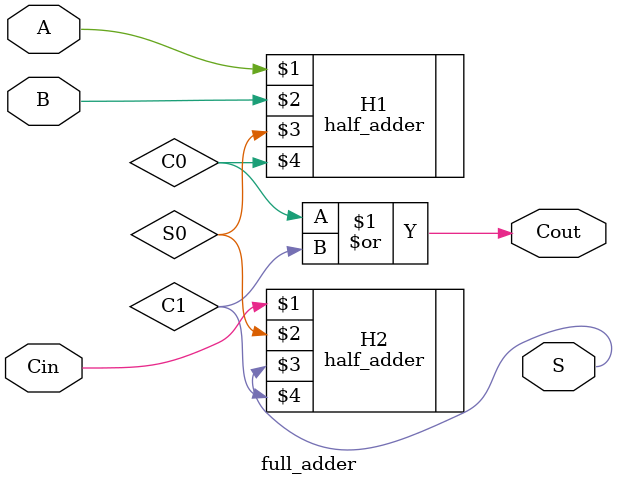
<source format=v>
`timescale 1ns/1ns
`include "half_adder.v"

module full_adder (
    input A,B,Cin,
    output S,Cout
    
);
wire C0,S0,C1;
half_adder H1(A,B,S0,C0);
half_adder H2(Cin,S0,S,C1);
assign Cout = C0|C1;

    
endmodule
</source>
